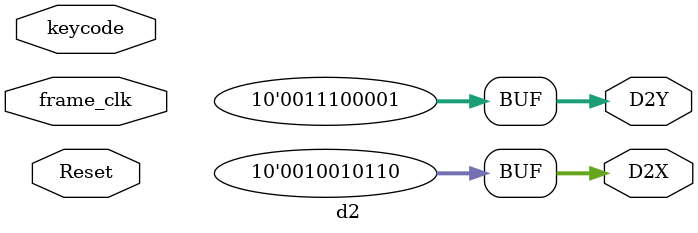
<source format=sv>



module  d2 ( input Reset, frame_clk, input [7:0] keycode,
               output [9:0]  D2X, D2Y);
    
       
    assign D2X = 150;
   
    assign D2Y = 225;
    

endmodule

</source>
